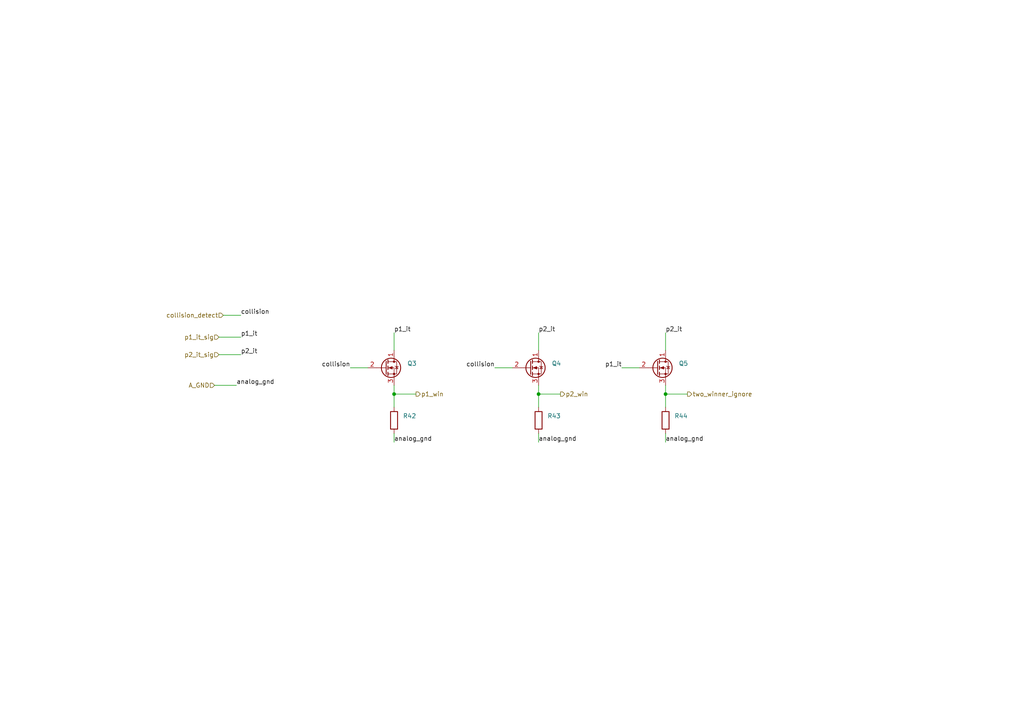
<source format=kicad_sch>
(kicad_sch (version 20211123) (generator eeschema)
  (paper "A4")
  (lib_symbols
    (symbol "Device:Q_NMOS_DGS" (pin_names (offset 0) hide)
      (property "Reference" "Q" (at 5.08 1.27 0))
      (property "Value" "Q_NMOS_DGS" (at 5.08 -1.27 0))
      (symbol "Q_NMOS_DGS_0_1"
        (polyline (pts (xy 0.254 0) (xy -2.54 0)))
        (polyline (pts (xy 0.254 1.905) (xy 0.254 -1.905)) (stroke (width 0.254)))
        (polyline (pts (xy 0.762 -1.27) (xy 0.762 -2.286)) (stroke (width 0.254)))
        (polyline (pts (xy 0.762 0.508) (xy 0.762 -0.508)) (stroke (width 0.254)))
        (polyline (pts (xy 0.762 2.286) (xy 0.762 1.27)) (stroke (width 0.254)))
        (polyline (pts (xy 2.54 2.54) (xy 2.54 1.778)))
        (polyline (pts (xy 2.54 -2.54) (xy 2.54 0) (xy 0.762 0)))
        (polyline (pts (xy 0.762 -1.778) (xy 3.302 -1.778) (xy 3.302 1.778) (xy 0.762 1.778)))
        (polyline (pts (xy 1.016 0) (xy 2.032 0.381) (xy 2.032 -0.381) (xy 1.016 0)) (fill (type outline)))
        (polyline (pts (xy 2.794 0.508) (xy 2.921 0.381) (xy 3.683 0.381) (xy 3.81 0.254)))
        (polyline (pts (xy 3.302 0.381) (xy 2.921 -0.254) (xy 3.683 -0.254) (xy 3.302 0.381)))
        (circle (center 1.651 0) (radius 2.794) (stroke (width 0.254)))
        (circle (center 2.54 -1.778) (radius 0.254) (fill (type outline)))
        (circle (center 2.54 1.778) (radius 0.254) (fill (type outline)))
      )
      (symbol "Q_NMOS_DGS_1_1"
        (pin passive line (at 2.54 5.08 270) (length 2.54) (name "D") (number "1"))
        (pin input line (at -5.08 0 0) (length 2.54) (name "G") (number "2"))
        (pin passive line (at 2.54 -5.08 90) (length 2.54) (name "S") (number "3"))
      )
    )
    (symbol "Device:R" (pin_numbers hide) (pin_names (offset 0))
      (property "Reference" "R" (at 2.032 0 90))
      (property "Value" "R" (at 0 0 90))
      (symbol "R_0_1"
        (rectangle (start -1.016 -2.54) (end 1.016 2.54) (stroke (width 0.254)))
      )
      (symbol "R_1_1"
        (pin passive line (at 0 3.81 270) (length 1.27) (name "~") (number "1"))
        (pin passive line (at 0 -3.81 90) (length 1.27) (name "~") (number "2"))
      )
    )
  )
  (junction (at 156.21 114.3))
  (junction (at 193.04 114.3))
  (junction (at 114.3 114.3))
  (wire (pts (xy 62.23 111.76) (xy 68.58 111.76)))
  (wire (pts (xy 114.3 114.3) (xy 114.3 118.11)))
  (wire (pts (xy 156.21 125.73) (xy 156.21 128.27)))
  (wire (pts (xy 114.3 125.73) (xy 114.3 128.27)))
  (wire (pts (xy 180.34 106.68) (xy 185.42 106.68)))
  (wire (pts (xy 114.3 111.76) (xy 114.3 114.3)))
  (wire (pts (xy 143.51 106.68) (xy 148.59 106.68)))
  (wire (pts (xy 193.04 111.76) (xy 193.04 114.3)))
  (wire (pts (xy 101.6 106.68) (xy 106.68 106.68)))
  (wire (pts (xy 156.21 114.3) (xy 156.21 118.11)))
  (wire (pts (xy 156.21 111.76) (xy 156.21 114.3)))
  (wire (pts (xy 114.3 96.52) (xy 114.3 101.6)))
  (wire (pts (xy 193.04 114.3) (xy 193.04 118.11)))
  (wire (pts (xy 64.77 91.44) (xy 69.85 91.44)))
  (wire (pts (xy 156.21 114.3) (xy 162.56 114.3)))
  (wire (pts (xy 199.39 114.3) (xy 193.04 114.3)))
  (wire (pts (xy 193.04 96.52) (xy 193.04 101.6)))
  (wire (pts (xy 156.21 96.52) (xy 156.21 101.6)))
  (wire (pts (xy 193.04 125.73) (xy 193.04 128.27)))
  (wire (pts (xy 114.3 114.3) (xy 120.65 114.3)))
  (wire (pts (xy 63.5 102.87) (xy 69.85 102.87)))
  (wire (pts (xy 63.5 97.79) (xy 69.85 97.79)))
  (label "collision" (at 143.51 106.68 180))
  (label "collision" (at 101.6 106.68 180))
  (label "p1_it" (at 114.3 96.52 0))
  (label "analog_gnd" (at 114.3 128.27 0))
  (label "p1_it" (at 180.34 106.68 180))
  (label "analog_gnd" (at 193.04 128.27 0))
  (label "p2_it" (at 156.21 96.52 0))
  (label "p2_it" (at 193.04 96.52 0))
  (label "p1_it" (at 69.85 97.79 0))
  (label "p2_it" (at 69.85 102.87 0))
  (label "collision" (at 69.85 91.44 0))
  (label "analog_gnd" (at 68.58 111.76 0))
  (label "analog_gnd" (at 156.21 128.27 0))
  (hierarchical_label "p2_it_sig" (shape input) (at 63.5 102.87 180))
  (hierarchical_label "A_GND" (shape input) (at 62.23 111.76 180))
  (hierarchical_label "two_winner_ignore" (shape output) (at 199.39 114.3 0))
  (hierarchical_label "p2_win" (shape output) (at 162.56 114.3 0))
  (hierarchical_label "p1_win" (shape output) (at 120.65 114.3 0))
  (hierarchical_label "p1_it_sig" (shape input) (at 63.5 97.79 180))
  (hierarchical_label "collision_detect" (shape input) (at 64.77 91.44 180))
  (symbol (lib_id "Device:R") (at 114.3 121.92 0) (unit 1)
    (property "Reference" "R42" (at 116.84 120.6499 0) (effects (justify left)))
  )
  (symbol (lib_id "Device:R") (at 156.21 121.92 0) (unit 1)
    (property "Reference" "R43" (at 158.75 120.6499 0) (effects (justify left)))
  )
  (symbol (lib_id "Device:Q_NMOS_DGS") (at 111.76 106.68 0) (unit 1)
    (property "Reference" "Q3" (at 118.11 105.4099 0) (effects (justify left)))
    (property "Spice_Primitive" "X" (effects hide))
    (property "Spice_Model" "RUL035N02" (effects hide))
    (property "Spice_Netlist_Enabled" "Y" (effects hide))
    (property "Spice_Lib_File" "/home/pab/Inventions/analog-circuit-game-console/ms-circuit-video-games/spice-models/rul035n02.lib" (effects hide))
  )
  (symbol (lib_id "Device:R") (at 193.04 121.92 0) (unit 1)
    (property "Reference" "R44" (at 195.58 120.6499 0) (effects (justify left)))
  )
  (symbol (lib_id "Device:Q_NMOS_DGS") (at 190.5 106.68 0) (unit 1)
    (property "Reference" "Q5" (at 196.85 105.4099 0) (effects (justify left)))
    (property "Spice_Primitive" "X" (effects hide))
    (property "Spice_Model" "RUL035N02" (effects hide))
    (property "Spice_Netlist_Enabled" "Y" (effects hide))
    (property "Spice_Lib_File" "/home/pab/Inventions/analog-circuit-game-console/ms-circuit-video-games/spice-models/rul035n02.lib" (effects hide))
  )
  (symbol (lib_id "Device:Q_NMOS_DGS") (at 153.67 106.68 0) (unit 1)
    (property "Reference" "Q4" (at 160.02 105.4099 0) (effects (justify left)))
    (property "Spice_Primitive" "X" (effects hide))
    (property "Spice_Model" "RUL035N02" (effects hide))
    (property "Spice_Netlist_Enabled" "Y" (effects hide))
    (property "Spice_Lib_File" "/home/pab/Inventions/analog-circuit-game-console/ms-circuit-video-games/spice-models/rul035n02.lib" (effects hide))
  )
)
</source>
